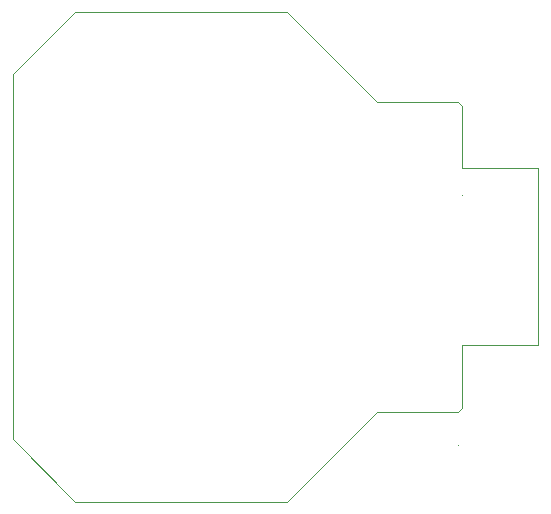
<source format=gbr>
G04 (created by PCBNEW-RS274X (2010-03-14)-final) date Tue 02 Apr 2013 08:10:29 PM EDT*
G01*
G70*
G90*
%MOIN*%
G04 Gerber Fmt 3.4, Leading zero omitted, Abs format*
%FSLAX34Y34*%
G04 APERTURE LIST*
%ADD10C,0.002000*%
%ADD11C,0.001000*%
G04 APERTURE END LIST*
G54D10*
G54D11*
X59035Y-35027D02*
X59035Y-37118D01*
X59035Y-29122D02*
X59035Y-27055D01*
X61579Y-29709D02*
X61579Y-29122D01*
X61579Y-35024D02*
X61579Y-29709D01*
X59035Y-35024D02*
X59035Y-35027D01*
X61579Y-35024D02*
X59035Y-35024D01*
X61579Y-29122D02*
X59035Y-29122D01*
X46153Y-23929D02*
X50299Y-23929D01*
X44083Y-38173D02*
X44083Y-26000D01*
X44083Y-38174D02*
X44083Y-38173D01*
X46153Y-40244D02*
X44083Y-38174D01*
X47543Y-40244D02*
X46153Y-40244D01*
X44083Y-25999D02*
X44083Y-26000D01*
X46153Y-23929D02*
X44083Y-25999D01*
X53209Y-40244D02*
X47543Y-40244D01*
X56201Y-37252D02*
X53209Y-40244D01*
X58898Y-37252D02*
X56201Y-37252D01*
X58901Y-37252D02*
X58898Y-37252D01*
X59035Y-37118D02*
X58901Y-37252D01*
X58901Y-38346D02*
X58898Y-38346D01*
X58901Y-26921D02*
X58677Y-26921D01*
X59035Y-27055D02*
X58901Y-26921D01*
X59035Y-30016D02*
X59035Y-30020D01*
X56201Y-26921D02*
X58677Y-26921D01*
X53209Y-23929D02*
X56201Y-26921D01*
X50295Y-23929D02*
X53209Y-23929D01*
M02*

</source>
